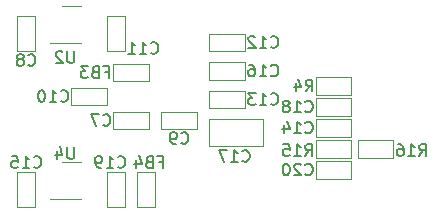
<source format=gbr>
%TF.GenerationSoftware,KiCad,Pcbnew,(6.0.0)*%
%TF.CreationDate,2022-01-10T21:54:35-05:00*%
%TF.ProjectId,ad74111_module,61643734-3131-4315-9f6d-6f64756c652e,rev?*%
%TF.SameCoordinates,Original*%
%TF.FileFunction,Legend,Bot*%
%TF.FilePolarity,Positive*%
%FSLAX46Y46*%
G04 Gerber Fmt 4.6, Leading zero omitted, Abs format (unit mm)*
G04 Created by KiCad (PCBNEW (6.0.0)) date 2022-01-10 21:54:35*
%MOMM*%
%LPD*%
G01*
G04 APERTURE LIST*
%ADD10C,0.150000*%
%ADD11C,0.120000*%
G04 APERTURE END LIST*
D10*
%TO.C,C11*%
X117990857Y-49633142D02*
X118038476Y-49680761D01*
X118181333Y-49728380D01*
X118276571Y-49728380D01*
X118419428Y-49680761D01*
X118514666Y-49585523D01*
X118562285Y-49490285D01*
X118609904Y-49299809D01*
X118609904Y-49156952D01*
X118562285Y-48966476D01*
X118514666Y-48871238D01*
X118419428Y-48776000D01*
X118276571Y-48728380D01*
X118181333Y-48728380D01*
X118038476Y-48776000D01*
X117990857Y-48823619D01*
X117038476Y-49728380D02*
X117609904Y-49728380D01*
X117324190Y-49728380D02*
X117324190Y-48728380D01*
X117419428Y-48871238D01*
X117514666Y-48966476D01*
X117609904Y-49014095D01*
X116086095Y-49728380D02*
X116657523Y-49728380D01*
X116371809Y-49728380D02*
X116371809Y-48728380D01*
X116467047Y-48871238D01*
X116562285Y-48966476D01*
X116657523Y-49014095D01*
%TO.C,C12*%
X128150857Y-49125142D02*
X128198476Y-49172761D01*
X128341333Y-49220380D01*
X128436571Y-49220380D01*
X128579428Y-49172761D01*
X128674666Y-49077523D01*
X128722285Y-48982285D01*
X128769904Y-48791809D01*
X128769904Y-48648952D01*
X128722285Y-48458476D01*
X128674666Y-48363238D01*
X128579428Y-48268000D01*
X128436571Y-48220380D01*
X128341333Y-48220380D01*
X128198476Y-48268000D01*
X128150857Y-48315619D01*
X127198476Y-49220380D02*
X127769904Y-49220380D01*
X127484190Y-49220380D02*
X127484190Y-48220380D01*
X127579428Y-48363238D01*
X127674666Y-48458476D01*
X127769904Y-48506095D01*
X126817523Y-48315619D02*
X126769904Y-48268000D01*
X126674666Y-48220380D01*
X126436571Y-48220380D01*
X126341333Y-48268000D01*
X126293714Y-48315619D01*
X126246095Y-48410857D01*
X126246095Y-48506095D01*
X126293714Y-48648952D01*
X126865142Y-49220380D01*
X126246095Y-49220380D01*
%TO.C,U2*%
X111505904Y-49490380D02*
X111505904Y-50299904D01*
X111458285Y-50395142D01*
X111410666Y-50442761D01*
X111315428Y-50490380D01*
X111124952Y-50490380D01*
X111029714Y-50442761D01*
X110982095Y-50395142D01*
X110934476Y-50299904D01*
X110934476Y-49490380D01*
X110505904Y-49585619D02*
X110458285Y-49538000D01*
X110363047Y-49490380D01*
X110124952Y-49490380D01*
X110029714Y-49538000D01*
X109982095Y-49585619D01*
X109934476Y-49680857D01*
X109934476Y-49776095D01*
X109982095Y-49918952D01*
X110553523Y-50490380D01*
X109934476Y-50490380D01*
%TO.C,R16*%
X140723857Y-58364380D02*
X141057190Y-57888190D01*
X141295285Y-58364380D02*
X141295285Y-57364380D01*
X140914333Y-57364380D01*
X140819095Y-57412000D01*
X140771476Y-57459619D01*
X140723857Y-57554857D01*
X140723857Y-57697714D01*
X140771476Y-57792952D01*
X140819095Y-57840571D01*
X140914333Y-57888190D01*
X141295285Y-57888190D01*
X139771476Y-58364380D02*
X140342904Y-58364380D01*
X140057190Y-58364380D02*
X140057190Y-57364380D01*
X140152428Y-57507238D01*
X140247666Y-57602476D01*
X140342904Y-57650095D01*
X138914333Y-57364380D02*
X139104809Y-57364380D01*
X139200047Y-57412000D01*
X139247666Y-57459619D01*
X139342904Y-57602476D01*
X139390523Y-57792952D01*
X139390523Y-58173904D01*
X139342904Y-58269142D01*
X139295285Y-58316761D01*
X139200047Y-58364380D01*
X139009571Y-58364380D01*
X138914333Y-58316761D01*
X138866714Y-58269142D01*
X138819095Y-58173904D01*
X138819095Y-57935809D01*
X138866714Y-57840571D01*
X138914333Y-57792952D01*
X139009571Y-57745333D01*
X139200047Y-57745333D01*
X139295285Y-57792952D01*
X139342904Y-57840571D01*
X139390523Y-57935809D01*
%TO.C,FB3*%
X114117333Y-51236571D02*
X114450666Y-51236571D01*
X114450666Y-51760380D02*
X114450666Y-50760380D01*
X113974476Y-50760380D01*
X113260190Y-51236571D02*
X113117333Y-51284190D01*
X113069714Y-51331809D01*
X113022095Y-51427047D01*
X113022095Y-51569904D01*
X113069714Y-51665142D01*
X113117333Y-51712761D01*
X113212571Y-51760380D01*
X113593523Y-51760380D01*
X113593523Y-50760380D01*
X113260190Y-50760380D01*
X113164952Y-50808000D01*
X113117333Y-50855619D01*
X113069714Y-50950857D01*
X113069714Y-51046095D01*
X113117333Y-51141333D01*
X113164952Y-51188952D01*
X113260190Y-51236571D01*
X113593523Y-51236571D01*
X112688761Y-50760380D02*
X112069714Y-50760380D01*
X112403047Y-51141333D01*
X112260190Y-51141333D01*
X112164952Y-51188952D01*
X112117333Y-51236571D01*
X112069714Y-51331809D01*
X112069714Y-51569904D01*
X112117333Y-51665142D01*
X112164952Y-51712761D01*
X112260190Y-51760380D01*
X112545904Y-51760380D01*
X112641142Y-51712761D01*
X112688761Y-51665142D01*
%TO.C,C14*%
X131071857Y-56364142D02*
X131119476Y-56411761D01*
X131262333Y-56459380D01*
X131357571Y-56459380D01*
X131500428Y-56411761D01*
X131595666Y-56316523D01*
X131643285Y-56221285D01*
X131690904Y-56030809D01*
X131690904Y-55887952D01*
X131643285Y-55697476D01*
X131595666Y-55602238D01*
X131500428Y-55507000D01*
X131357571Y-55459380D01*
X131262333Y-55459380D01*
X131119476Y-55507000D01*
X131071857Y-55554619D01*
X130119476Y-56459380D02*
X130690904Y-56459380D01*
X130405190Y-56459380D02*
X130405190Y-55459380D01*
X130500428Y-55602238D01*
X130595666Y-55697476D01*
X130690904Y-55745095D01*
X129262333Y-55792714D02*
X129262333Y-56459380D01*
X129500428Y-55411761D02*
X129738523Y-56126047D01*
X129119476Y-56126047D01*
%TO.C,R15*%
X131071857Y-58364380D02*
X131405190Y-57888190D01*
X131643285Y-58364380D02*
X131643285Y-57364380D01*
X131262333Y-57364380D01*
X131167095Y-57412000D01*
X131119476Y-57459619D01*
X131071857Y-57554857D01*
X131071857Y-57697714D01*
X131119476Y-57792952D01*
X131167095Y-57840571D01*
X131262333Y-57888190D01*
X131643285Y-57888190D01*
X130119476Y-58364380D02*
X130690904Y-58364380D01*
X130405190Y-58364380D02*
X130405190Y-57364380D01*
X130500428Y-57507238D01*
X130595666Y-57602476D01*
X130690904Y-57650095D01*
X129214714Y-57364380D02*
X129690904Y-57364380D01*
X129738523Y-57840571D01*
X129690904Y-57792952D01*
X129595666Y-57745333D01*
X129357571Y-57745333D01*
X129262333Y-57792952D01*
X129214714Y-57840571D01*
X129167095Y-57935809D01*
X129167095Y-58173904D01*
X129214714Y-58269142D01*
X129262333Y-58316761D01*
X129357571Y-58364380D01*
X129595666Y-58364380D01*
X129690904Y-58316761D01*
X129738523Y-58269142D01*
%TO.C,C9*%
X120562666Y-57253142D02*
X120610285Y-57300761D01*
X120753142Y-57348380D01*
X120848380Y-57348380D01*
X120991238Y-57300761D01*
X121086476Y-57205523D01*
X121134095Y-57110285D01*
X121181714Y-56919809D01*
X121181714Y-56776952D01*
X121134095Y-56586476D01*
X121086476Y-56491238D01*
X120991238Y-56396000D01*
X120848380Y-56348380D01*
X120753142Y-56348380D01*
X120610285Y-56396000D01*
X120562666Y-56443619D01*
X120086476Y-57348380D02*
X119896000Y-57348380D01*
X119800761Y-57300761D01*
X119753142Y-57253142D01*
X119657904Y-57110285D01*
X119610285Y-56919809D01*
X119610285Y-56538857D01*
X119657904Y-56443619D01*
X119705523Y-56396000D01*
X119800761Y-56348380D01*
X119991238Y-56348380D01*
X120086476Y-56396000D01*
X120134095Y-56443619D01*
X120181714Y-56538857D01*
X120181714Y-56776952D01*
X120134095Y-56872190D01*
X120086476Y-56919809D01*
X119991238Y-56967428D01*
X119800761Y-56967428D01*
X119705523Y-56919809D01*
X119657904Y-56872190D01*
X119610285Y-56776952D01*
%TO.C,U4*%
X111505904Y-57618380D02*
X111505904Y-58427904D01*
X111458285Y-58523142D01*
X111410666Y-58570761D01*
X111315428Y-58618380D01*
X111124952Y-58618380D01*
X111029714Y-58570761D01*
X110982095Y-58523142D01*
X110934476Y-58427904D01*
X110934476Y-57618380D01*
X110029714Y-57951714D02*
X110029714Y-58618380D01*
X110267809Y-57570761D02*
X110505904Y-58285047D01*
X109886857Y-58285047D01*
%TO.C,C10*%
X110370857Y-53697142D02*
X110418476Y-53744761D01*
X110561333Y-53792380D01*
X110656571Y-53792380D01*
X110799428Y-53744761D01*
X110894666Y-53649523D01*
X110942285Y-53554285D01*
X110989904Y-53363809D01*
X110989904Y-53220952D01*
X110942285Y-53030476D01*
X110894666Y-52935238D01*
X110799428Y-52840000D01*
X110656571Y-52792380D01*
X110561333Y-52792380D01*
X110418476Y-52840000D01*
X110370857Y-52887619D01*
X109418476Y-53792380D02*
X109989904Y-53792380D01*
X109704190Y-53792380D02*
X109704190Y-52792380D01*
X109799428Y-52935238D01*
X109894666Y-53030476D01*
X109989904Y-53078095D01*
X108799428Y-52792380D02*
X108704190Y-52792380D01*
X108608952Y-52840000D01*
X108561333Y-52887619D01*
X108513714Y-52982857D01*
X108466095Y-53173333D01*
X108466095Y-53411428D01*
X108513714Y-53601904D01*
X108561333Y-53697142D01*
X108608952Y-53744761D01*
X108704190Y-53792380D01*
X108799428Y-53792380D01*
X108894666Y-53744761D01*
X108942285Y-53697142D01*
X108989904Y-53601904D01*
X109037523Y-53411428D01*
X109037523Y-53173333D01*
X108989904Y-52982857D01*
X108942285Y-52887619D01*
X108894666Y-52840000D01*
X108799428Y-52792380D01*
%TO.C,C18*%
X131071857Y-54586142D02*
X131119476Y-54633761D01*
X131262333Y-54681380D01*
X131357571Y-54681380D01*
X131500428Y-54633761D01*
X131595666Y-54538523D01*
X131643285Y-54443285D01*
X131690904Y-54252809D01*
X131690904Y-54109952D01*
X131643285Y-53919476D01*
X131595666Y-53824238D01*
X131500428Y-53729000D01*
X131357571Y-53681380D01*
X131262333Y-53681380D01*
X131119476Y-53729000D01*
X131071857Y-53776619D01*
X130119476Y-54681380D02*
X130690904Y-54681380D01*
X130405190Y-54681380D02*
X130405190Y-53681380D01*
X130500428Y-53824238D01*
X130595666Y-53919476D01*
X130690904Y-53967095D01*
X129548047Y-54109952D02*
X129643285Y-54062333D01*
X129690904Y-54014714D01*
X129738523Y-53919476D01*
X129738523Y-53871857D01*
X129690904Y-53776619D01*
X129643285Y-53729000D01*
X129548047Y-53681380D01*
X129357571Y-53681380D01*
X129262333Y-53729000D01*
X129214714Y-53776619D01*
X129167095Y-53871857D01*
X129167095Y-53919476D01*
X129214714Y-54014714D01*
X129262333Y-54062333D01*
X129357571Y-54109952D01*
X129548047Y-54109952D01*
X129643285Y-54157571D01*
X129690904Y-54205190D01*
X129738523Y-54300428D01*
X129738523Y-54490904D01*
X129690904Y-54586142D01*
X129643285Y-54633761D01*
X129548047Y-54681380D01*
X129357571Y-54681380D01*
X129262333Y-54633761D01*
X129214714Y-54586142D01*
X129167095Y-54490904D01*
X129167095Y-54300428D01*
X129214714Y-54205190D01*
X129262333Y-54157571D01*
X129357571Y-54109952D01*
%TO.C,C15*%
X108084857Y-59285142D02*
X108132476Y-59332761D01*
X108275333Y-59380380D01*
X108370571Y-59380380D01*
X108513428Y-59332761D01*
X108608666Y-59237523D01*
X108656285Y-59142285D01*
X108703904Y-58951809D01*
X108703904Y-58808952D01*
X108656285Y-58618476D01*
X108608666Y-58523238D01*
X108513428Y-58428000D01*
X108370571Y-58380380D01*
X108275333Y-58380380D01*
X108132476Y-58428000D01*
X108084857Y-58475619D01*
X107132476Y-59380380D02*
X107703904Y-59380380D01*
X107418190Y-59380380D02*
X107418190Y-58380380D01*
X107513428Y-58523238D01*
X107608666Y-58618476D01*
X107703904Y-58666095D01*
X106227714Y-58380380D02*
X106703904Y-58380380D01*
X106751523Y-58856571D01*
X106703904Y-58808952D01*
X106608666Y-58761333D01*
X106370571Y-58761333D01*
X106275333Y-58808952D01*
X106227714Y-58856571D01*
X106180095Y-58951809D01*
X106180095Y-59189904D01*
X106227714Y-59285142D01*
X106275333Y-59332761D01*
X106370571Y-59380380D01*
X106608666Y-59380380D01*
X106703904Y-59332761D01*
X106751523Y-59285142D01*
%TO.C,C17*%
X125737857Y-58777142D02*
X125785476Y-58824761D01*
X125928333Y-58872380D01*
X126023571Y-58872380D01*
X126166428Y-58824761D01*
X126261666Y-58729523D01*
X126309285Y-58634285D01*
X126356904Y-58443809D01*
X126356904Y-58300952D01*
X126309285Y-58110476D01*
X126261666Y-58015238D01*
X126166428Y-57920000D01*
X126023571Y-57872380D01*
X125928333Y-57872380D01*
X125785476Y-57920000D01*
X125737857Y-57967619D01*
X124785476Y-58872380D02*
X125356904Y-58872380D01*
X125071190Y-58872380D02*
X125071190Y-57872380D01*
X125166428Y-58015238D01*
X125261666Y-58110476D01*
X125356904Y-58158095D01*
X124452142Y-57872380D02*
X123785476Y-57872380D01*
X124214047Y-58872380D01*
%TO.C,C8*%
X107608666Y-50649142D02*
X107656285Y-50696761D01*
X107799142Y-50744380D01*
X107894380Y-50744380D01*
X108037238Y-50696761D01*
X108132476Y-50601523D01*
X108180095Y-50506285D01*
X108227714Y-50315809D01*
X108227714Y-50172952D01*
X108180095Y-49982476D01*
X108132476Y-49887238D01*
X108037238Y-49792000D01*
X107894380Y-49744380D01*
X107799142Y-49744380D01*
X107656285Y-49792000D01*
X107608666Y-49839619D01*
X107037238Y-50172952D02*
X107132476Y-50125333D01*
X107180095Y-50077714D01*
X107227714Y-49982476D01*
X107227714Y-49934857D01*
X107180095Y-49839619D01*
X107132476Y-49792000D01*
X107037238Y-49744380D01*
X106846761Y-49744380D01*
X106751523Y-49792000D01*
X106703904Y-49839619D01*
X106656285Y-49934857D01*
X106656285Y-49982476D01*
X106703904Y-50077714D01*
X106751523Y-50125333D01*
X106846761Y-50172952D01*
X107037238Y-50172952D01*
X107132476Y-50220571D01*
X107180095Y-50268190D01*
X107227714Y-50363428D01*
X107227714Y-50553904D01*
X107180095Y-50649142D01*
X107132476Y-50696761D01*
X107037238Y-50744380D01*
X106846761Y-50744380D01*
X106751523Y-50696761D01*
X106703904Y-50649142D01*
X106656285Y-50553904D01*
X106656285Y-50363428D01*
X106703904Y-50268190D01*
X106751523Y-50220571D01*
X106846761Y-50172952D01*
%TO.C,C7*%
X113958666Y-55729142D02*
X114006285Y-55776761D01*
X114149142Y-55824380D01*
X114244380Y-55824380D01*
X114387238Y-55776761D01*
X114482476Y-55681523D01*
X114530095Y-55586285D01*
X114577714Y-55395809D01*
X114577714Y-55252952D01*
X114530095Y-55062476D01*
X114482476Y-54967238D01*
X114387238Y-54872000D01*
X114244380Y-54824380D01*
X114149142Y-54824380D01*
X114006285Y-54872000D01*
X113958666Y-54919619D01*
X113625333Y-54824380D02*
X112958666Y-54824380D01*
X113387238Y-55824380D01*
%TO.C,R4*%
X131103666Y-52903380D02*
X131437000Y-52427190D01*
X131675095Y-52903380D02*
X131675095Y-51903380D01*
X131294142Y-51903380D01*
X131198904Y-51951000D01*
X131151285Y-51998619D01*
X131103666Y-52093857D01*
X131103666Y-52236714D01*
X131151285Y-52331952D01*
X131198904Y-52379571D01*
X131294142Y-52427190D01*
X131675095Y-52427190D01*
X130246523Y-52236714D02*
X130246523Y-52903380D01*
X130484619Y-51855761D02*
X130722714Y-52570047D01*
X130103666Y-52570047D01*
%TO.C,C20*%
X131071857Y-59920142D02*
X131119476Y-59967761D01*
X131262333Y-60015380D01*
X131357571Y-60015380D01*
X131500428Y-59967761D01*
X131595666Y-59872523D01*
X131643285Y-59777285D01*
X131690904Y-59586809D01*
X131690904Y-59443952D01*
X131643285Y-59253476D01*
X131595666Y-59158238D01*
X131500428Y-59063000D01*
X131357571Y-59015380D01*
X131262333Y-59015380D01*
X131119476Y-59063000D01*
X131071857Y-59110619D01*
X130690904Y-59110619D02*
X130643285Y-59063000D01*
X130548047Y-59015380D01*
X130309952Y-59015380D01*
X130214714Y-59063000D01*
X130167095Y-59110619D01*
X130119476Y-59205857D01*
X130119476Y-59301095D01*
X130167095Y-59443952D01*
X130738523Y-60015380D01*
X130119476Y-60015380D01*
X129500428Y-59015380D02*
X129405190Y-59015380D01*
X129309952Y-59063000D01*
X129262333Y-59110619D01*
X129214714Y-59205857D01*
X129167095Y-59396333D01*
X129167095Y-59634428D01*
X129214714Y-59824904D01*
X129262333Y-59920142D01*
X129309952Y-59967761D01*
X129405190Y-60015380D01*
X129500428Y-60015380D01*
X129595666Y-59967761D01*
X129643285Y-59920142D01*
X129690904Y-59824904D01*
X129738523Y-59634428D01*
X129738523Y-59396333D01*
X129690904Y-59205857D01*
X129643285Y-59110619D01*
X129595666Y-59063000D01*
X129500428Y-59015380D01*
%TO.C,C13*%
X128150857Y-53951142D02*
X128198476Y-53998761D01*
X128341333Y-54046380D01*
X128436571Y-54046380D01*
X128579428Y-53998761D01*
X128674666Y-53903523D01*
X128722285Y-53808285D01*
X128769904Y-53617809D01*
X128769904Y-53474952D01*
X128722285Y-53284476D01*
X128674666Y-53189238D01*
X128579428Y-53094000D01*
X128436571Y-53046380D01*
X128341333Y-53046380D01*
X128198476Y-53094000D01*
X128150857Y-53141619D01*
X127198476Y-54046380D02*
X127769904Y-54046380D01*
X127484190Y-54046380D02*
X127484190Y-53046380D01*
X127579428Y-53189238D01*
X127674666Y-53284476D01*
X127769904Y-53332095D01*
X126865142Y-53046380D02*
X126246095Y-53046380D01*
X126579428Y-53427333D01*
X126436571Y-53427333D01*
X126341333Y-53474952D01*
X126293714Y-53522571D01*
X126246095Y-53617809D01*
X126246095Y-53855904D01*
X126293714Y-53951142D01*
X126341333Y-53998761D01*
X126436571Y-54046380D01*
X126722285Y-54046380D01*
X126817523Y-53998761D01*
X126865142Y-53951142D01*
%TO.C,C19*%
X115196857Y-59285142D02*
X115244476Y-59332761D01*
X115387333Y-59380380D01*
X115482571Y-59380380D01*
X115625428Y-59332761D01*
X115720666Y-59237523D01*
X115768285Y-59142285D01*
X115815904Y-58951809D01*
X115815904Y-58808952D01*
X115768285Y-58618476D01*
X115720666Y-58523238D01*
X115625428Y-58428000D01*
X115482571Y-58380380D01*
X115387333Y-58380380D01*
X115244476Y-58428000D01*
X115196857Y-58475619D01*
X114244476Y-59380380D02*
X114815904Y-59380380D01*
X114530190Y-59380380D02*
X114530190Y-58380380D01*
X114625428Y-58523238D01*
X114720666Y-58618476D01*
X114815904Y-58666095D01*
X113768285Y-59380380D02*
X113577809Y-59380380D01*
X113482571Y-59332761D01*
X113434952Y-59285142D01*
X113339714Y-59142285D01*
X113292095Y-58951809D01*
X113292095Y-58570857D01*
X113339714Y-58475619D01*
X113387333Y-58428000D01*
X113482571Y-58380380D01*
X113673047Y-58380380D01*
X113768285Y-58428000D01*
X113815904Y-58475619D01*
X113863523Y-58570857D01*
X113863523Y-58808952D01*
X113815904Y-58904190D01*
X113768285Y-58951809D01*
X113673047Y-58999428D01*
X113482571Y-58999428D01*
X113387333Y-58951809D01*
X113339714Y-58904190D01*
X113292095Y-58808952D01*
%TO.C,C16*%
X128150857Y-51538142D02*
X128198476Y-51585761D01*
X128341333Y-51633380D01*
X128436571Y-51633380D01*
X128579428Y-51585761D01*
X128674666Y-51490523D01*
X128722285Y-51395285D01*
X128769904Y-51204809D01*
X128769904Y-51061952D01*
X128722285Y-50871476D01*
X128674666Y-50776238D01*
X128579428Y-50681000D01*
X128436571Y-50633380D01*
X128341333Y-50633380D01*
X128198476Y-50681000D01*
X128150857Y-50728619D01*
X127198476Y-51633380D02*
X127769904Y-51633380D01*
X127484190Y-51633380D02*
X127484190Y-50633380D01*
X127579428Y-50776238D01*
X127674666Y-50871476D01*
X127769904Y-50919095D01*
X126341333Y-50633380D02*
X126531809Y-50633380D01*
X126627047Y-50681000D01*
X126674666Y-50728619D01*
X126769904Y-50871476D01*
X126817523Y-51061952D01*
X126817523Y-51442904D01*
X126769904Y-51538142D01*
X126722285Y-51585761D01*
X126627047Y-51633380D01*
X126436571Y-51633380D01*
X126341333Y-51585761D01*
X126293714Y-51538142D01*
X126246095Y-51442904D01*
X126246095Y-51204809D01*
X126293714Y-51109571D01*
X126341333Y-51061952D01*
X126436571Y-51014333D01*
X126627047Y-51014333D01*
X126722285Y-51061952D01*
X126769904Y-51109571D01*
X126817523Y-51204809D01*
%TO.C,FB4*%
X118689333Y-58856571D02*
X119022666Y-58856571D01*
X119022666Y-59380380D02*
X119022666Y-58380380D01*
X118546476Y-58380380D01*
X117832190Y-58856571D02*
X117689333Y-58904190D01*
X117641714Y-58951809D01*
X117594095Y-59047047D01*
X117594095Y-59189904D01*
X117641714Y-59285142D01*
X117689333Y-59332761D01*
X117784571Y-59380380D01*
X118165523Y-59380380D01*
X118165523Y-58380380D01*
X117832190Y-58380380D01*
X117736952Y-58428000D01*
X117689333Y-58475619D01*
X117641714Y-58570857D01*
X117641714Y-58666095D01*
X117689333Y-58761333D01*
X117736952Y-58808952D01*
X117832190Y-58856571D01*
X118165523Y-58856571D01*
X116736952Y-58713714D02*
X116736952Y-59380380D01*
X116975047Y-58332761D02*
X117213142Y-59047047D01*
X116594095Y-59047047D01*
D11*
%TO.C,C11*%
X115812000Y-49506000D02*
X115812000Y-46506000D01*
X115812000Y-46506000D02*
X114312000Y-46506000D01*
X114312000Y-49506000D02*
X115812000Y-49506000D01*
X114312000Y-46506000D02*
X114312000Y-49506000D01*
%TO.C,C12*%
X125960000Y-49518000D02*
X125960000Y-48018000D01*
X125960000Y-48018000D02*
X122960000Y-48018000D01*
X122960000Y-48018000D02*
X122960000Y-49518000D01*
X122960000Y-49518000D02*
X125960000Y-49518000D01*
%TO.C,U2*%
X111252000Y-45684000D02*
X112052000Y-45684000D01*
X111252000Y-45684000D02*
X110452000Y-45684000D01*
X111252000Y-48804000D02*
X112052000Y-48804000D01*
X111252000Y-48804000D02*
X109452000Y-48804000D01*
%TO.C,R16*%
X135533000Y-57035000D02*
X135533000Y-58535000D01*
X135533000Y-58535000D02*
X138533000Y-58535000D01*
X138533000Y-57035000D02*
X135533000Y-57035000D01*
X138533000Y-58535000D02*
X138533000Y-57035000D01*
%TO.C,FB3*%
X114832000Y-52058000D02*
X117832000Y-52058000D01*
X117832000Y-50558000D02*
X114832000Y-50558000D01*
X117832000Y-52058000D02*
X117832000Y-50558000D01*
X114832000Y-50558000D02*
X114832000Y-52058000D01*
%TO.C,C14*%
X134977000Y-55257000D02*
X131977000Y-55257000D01*
X134977000Y-56757000D02*
X134977000Y-55257000D01*
X131977000Y-55257000D02*
X131977000Y-56757000D01*
X131977000Y-56757000D02*
X134977000Y-56757000D01*
%TO.C,R15*%
X131977000Y-58535000D02*
X134977000Y-58535000D01*
X134977000Y-57035000D02*
X131977000Y-57035000D01*
X131977000Y-57035000D02*
X131977000Y-58535000D01*
X134977000Y-58535000D02*
X134977000Y-57035000D01*
%TO.C,C9*%
X118896000Y-54622000D02*
X118896000Y-56122000D01*
X121896000Y-56122000D02*
X121896000Y-54622000D01*
X118896000Y-56122000D02*
X121896000Y-56122000D01*
X121896000Y-54622000D02*
X118896000Y-54622000D01*
%TO.C,U4*%
X111252000Y-58892000D02*
X112052000Y-58892000D01*
X111252000Y-62012000D02*
X112052000Y-62012000D01*
X111252000Y-62012000D02*
X109452000Y-62012000D01*
X111252000Y-58892000D02*
X110452000Y-58892000D01*
%TO.C,C10*%
X114276000Y-54090000D02*
X114276000Y-52590000D01*
X111276000Y-52590000D02*
X111276000Y-54090000D01*
X114276000Y-52590000D02*
X111276000Y-52590000D01*
X111276000Y-54090000D02*
X114276000Y-54090000D01*
%TO.C,C18*%
X131977000Y-53479000D02*
X131977000Y-54979000D01*
X131977000Y-54979000D02*
X134977000Y-54979000D01*
X134977000Y-53479000D02*
X131977000Y-53479000D01*
X134977000Y-54979000D02*
X134977000Y-53479000D01*
%TO.C,C15*%
X106692000Y-62714000D02*
X108192000Y-62714000D01*
X108192000Y-59714000D02*
X106692000Y-59714000D01*
X106692000Y-59714000D02*
X106692000Y-62714000D01*
X108192000Y-62714000D02*
X108192000Y-59714000D01*
%TO.C,C17*%
X122936000Y-57531000D02*
X127508000Y-57531000D01*
X127508000Y-57531000D02*
X127508000Y-55245000D01*
X127508000Y-55245000D02*
X122936000Y-55245000D01*
X122936000Y-55245000D02*
X122936000Y-57531000D01*
%TO.C,C8*%
X106692000Y-46506000D02*
X106692000Y-49506000D01*
X106692000Y-49506000D02*
X108192000Y-49506000D01*
X108192000Y-46506000D02*
X106692000Y-46506000D01*
X108192000Y-49506000D02*
X108192000Y-46506000D01*
%TO.C,C7*%
X117832000Y-54622000D02*
X114832000Y-54622000D01*
X117832000Y-56122000D02*
X117832000Y-54622000D01*
X114832000Y-54622000D02*
X114832000Y-56122000D01*
X114832000Y-56122000D02*
X117832000Y-56122000D01*
%TO.C,R4*%
X131977000Y-51701000D02*
X131977000Y-53201000D01*
X134977000Y-51701000D02*
X131977000Y-51701000D01*
X134977000Y-53201000D02*
X134977000Y-51701000D01*
X131977000Y-53201000D02*
X134977000Y-53201000D01*
%TO.C,C20*%
X134977000Y-60313000D02*
X134977000Y-58813000D01*
X131977000Y-60313000D02*
X134977000Y-60313000D01*
X131977000Y-58813000D02*
X131977000Y-60313000D01*
X134977000Y-58813000D02*
X131977000Y-58813000D01*
%TO.C,C13*%
X125960000Y-52844000D02*
X122960000Y-52844000D01*
X122960000Y-54344000D02*
X125960000Y-54344000D01*
X125960000Y-54344000D02*
X125960000Y-52844000D01*
X122960000Y-52844000D02*
X122960000Y-54344000D01*
%TO.C,C19*%
X115812000Y-62714000D02*
X115812000Y-59714000D01*
X114312000Y-62714000D02*
X115812000Y-62714000D01*
X115812000Y-59714000D02*
X114312000Y-59714000D01*
X114312000Y-59714000D02*
X114312000Y-62714000D01*
%TO.C,C16*%
X122960000Y-50431000D02*
X122960000Y-51931000D01*
X122960000Y-51931000D02*
X125960000Y-51931000D01*
X125960000Y-50431000D02*
X122960000Y-50431000D01*
X125960000Y-51931000D02*
X125960000Y-50431000D01*
%TO.C,FB4*%
X118352000Y-62714000D02*
X118352000Y-59714000D01*
X116852000Y-59714000D02*
X116852000Y-62714000D01*
X118352000Y-59714000D02*
X116852000Y-59714000D01*
X116852000Y-62714000D02*
X118352000Y-62714000D01*
%TD*%
M02*

</source>
